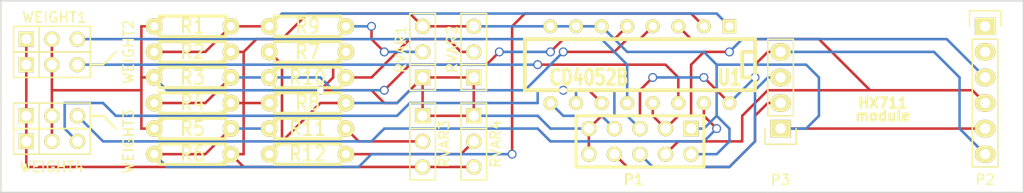
<source format=kicad_pcb>
(kicad_pcb (version 4) (host pcbnew 4.0.0-2.201511301920+6191~38~ubuntu14.04.1-stable)

  (general
    (links 62)
    (no_connects 0)
    (area 147.244999 110.414999 248.995001 129.615001)
    (thickness 1.6)
    (drawings 12)
    (tracks 236)
    (zones 0)
    (modules 24)
    (nets 23)
  )

  (page A3)
  (layers
    (0 F.Cu signal)
    (31 B.Cu signal)
    (33 F.Adhes user)
    (35 F.Paste user)
    (37 F.SilkS user)
    (39 F.Mask user)
    (40 Dwgs.User user)
    (41 Cmts.User user)
    (42 Eco1.User user)
    (43 Eco2.User user)
    (44 Edge.Cuts user)
    (45 Margin user)
    (47 F.CrtYd user)
    (49 F.Fab user)
  )

  (setup
    (last_trace_width 0.254)
    (trace_clearance 0.254)
    (zone_clearance 0.508)
    (zone_45_only no)
    (trace_min 0.254)
    (segment_width 0.2)
    (edge_width 0.15)
    (via_size 0.889)
    (via_drill 0.635)
    (via_min_size 0.889)
    (via_min_drill 0.508)
    (uvia_size 0.508)
    (uvia_drill 0.127)
    (uvias_allowed no)
    (uvia_min_size 0.508)
    (uvia_min_drill 0.127)
    (pcb_text_width 0.3)
    (pcb_text_size 1 1)
    (mod_edge_width 0.15)
    (mod_text_size 1 1)
    (mod_text_width 0.15)
    (pad_size 1 1)
    (pad_drill 0.6)
    (pad_to_mask_clearance 0)
    (aux_axis_origin 0 0)
    (visible_elements 7FFFFFFF)
    (pcbplotparams
      (layerselection 0x00020_80000001)
      (usegerberextensions true)
      (excludeedgelayer true)
      (linewidth 0.150000)
      (plotframeref false)
      (viasonmask false)
      (mode 1)
      (useauxorigin false)
      (hpglpennumber 1)
      (hpglpenspeed 20)
      (hpglpendiameter 15)
      (hpglpenoverlay 2)
      (psnegative false)
      (psa4output false)
      (plotreference true)
      (plotvalue true)
      (plotinvisibletext false)
      (padsonsilk false)
      (subtractmaskfromsilk false)
      (outputformat 1)
      (mirror false)
      (drillshape 0)
      (scaleselection 1)
      (outputdirectory ""))
  )

  (net 0 "")
  (net 1 +5V)
  (net 2 /A)
  (net 3 /B)
  (net 4 /XCOM)
  (net 5 /YCOM)
  (net 6 GND)
  (net 7 /SCK)
  (net 8 "Net-(R1-Pad2)")
  (net 9 "Net-(R10-Pad1)")
  (net 10 "Net-(R11-Pad1)")
  (net 11 "Net-(R12-Pad1)")
  (net 12 "Net-(R9-Pad2)")
  (net 13 "Net-(R10-Pad2)")
  (net 14 "Net-(R11-Pad2)")
  (net 15 "Net-(R12-Pad2)")
  (net 16 "Net-(U1-Pad11)")
  (net 17 "Net-(U1-Pad12)")
  (net 18 "Net-(U1-Pad14)")
  (net 19 "Net-(U1-Pad15)")
  (net 20 "Net-(P2-Pad1)")
  (net 21 "Net-(P2-Pad2)")
  (net 22 /DT)

  (net_class Default "Ceci est la Netclass par défaut"
    (clearance 0.254)
    (trace_width 0.254)
    (via_dia 0.889)
    (via_drill 0.635)
    (uvia_dia 0.508)
    (uvia_drill 0.127)
    (add_net +5V)
    (add_net /A)
    (add_net /B)
    (add_net /DT)
    (add_net /SCK)
    (add_net /XCOM)
    (add_net /YCOM)
    (add_net GND)
    (add_net "Net-(P2-Pad1)")
    (add_net "Net-(P2-Pad2)")
    (add_net "Net-(R1-Pad2)")
    (add_net "Net-(R10-Pad1)")
    (add_net "Net-(R10-Pad2)")
    (add_net "Net-(R11-Pad1)")
    (add_net "Net-(R11-Pad2)")
    (add_net "Net-(R12-Pad1)")
    (add_net "Net-(R12-Pad2)")
    (add_net "Net-(R9-Pad2)")
    (add_net "Net-(U1-Pad11)")
    (add_net "Net-(U1-Pad12)")
    (add_net "Net-(U1-Pad14)")
    (add_net "Net-(U1-Pad15)")
  )

  (module PIN_ARRAY_3X1 (layer F.Cu) (tedit 4C1130E0) (tstamp 56496224)
    (at 152.4 114.3)
    (descr "Connecteur 3 pins")
    (tags "CONN DEV")
    (path /564900A2)
    (fp_text reference WEIGHT1 (at 0.254 -2.159) (layer F.SilkS)
      (effects (font (size 1.016 1.016) (thickness 0.1524)))
    )
    (fp_text value W0 (at 0 -2.159) (layer F.SilkS) hide
      (effects (font (size 1.016 1.016) (thickness 0.1524)))
    )
    (fp_line (start -3.81 1.27) (end -3.81 -1.27) (layer F.SilkS) (width 0.1524))
    (fp_line (start -3.81 -1.27) (end 3.81 -1.27) (layer F.SilkS) (width 0.1524))
    (fp_line (start 3.81 -1.27) (end 3.81 1.27) (layer F.SilkS) (width 0.1524))
    (fp_line (start 3.81 1.27) (end -3.81 1.27) (layer F.SilkS) (width 0.1524))
    (fp_line (start -1.27 -1.27) (end -1.27 1.27) (layer F.SilkS) (width 0.1524))
    (pad 1 thru_hole rect (at -2.54 0) (size 1.524 1.524) (drill 1.016) (layers *.Cu *.Mask F.SilkS)
      (net 6 GND))
    (pad 2 thru_hole circle (at 0 0) (size 1.524 1.524) (drill 1.016) (layers *.Cu *.Mask F.SilkS)
      (net 1 +5V))
    (pad 3 thru_hole circle (at 2.54 0) (size 1.524 1.524) (drill 1.016) (layers *.Cu *.Mask F.SilkS)
      (net 17 "Net-(U1-Pad12)"))
    (model pin_array/pins_array_3x1.wrl
      (at (xyz 0 0 0))
      (scale (xyz 1 1 1))
      (rotate (xyz 0 0 0))
    )
  )

  (module PIN_ARRAY_3X1 (layer F.Cu) (tedit 568DACA7) (tstamp 5649623C)
    (at 152.4 121.92)
    (descr "Connecteur 3 pins")
    (tags "CONN DEV")
    (path /56490084)
    (fp_text reference WEIGHT3 (at 7.62 2.54 90) (layer F.SilkS)
      (effects (font (size 1.016 1.016) (thickness 0.1524)))
    )
    (fp_text value W2 (at 0 -2.159) (layer F.SilkS) hide
      (effects (font (size 1.016 1.016) (thickness 0.1524)))
    )
    (fp_line (start -3.81 1.27) (end -3.81 -1.27) (layer F.SilkS) (width 0.1524))
    (fp_line (start -3.81 -1.27) (end 3.81 -1.27) (layer F.SilkS) (width 0.1524))
    (fp_line (start 3.81 -1.27) (end 3.81 1.27) (layer F.SilkS) (width 0.1524))
    (fp_line (start 3.81 1.27) (end -3.81 1.27) (layer F.SilkS) (width 0.1524))
    (fp_line (start -1.27 -1.27) (end -1.27 1.27) (layer F.SilkS) (width 0.1524))
    (pad 1 thru_hole rect (at -2.54 0) (size 1.524 1.524) (drill 1.016) (layers *.Cu *.Mask F.SilkS)
      (net 6 GND))
    (pad 2 thru_hole circle (at 0 0) (size 1.524 1.524) (drill 1.016) (layers *.Cu *.Mask F.SilkS)
      (net 1 +5V))
    (pad 3 thru_hole circle (at 2.54 0) (size 1.524 1.524) (drill 1.016) (layers *.Cu *.Mask F.SilkS)
      (net 19 "Net-(U1-Pad15)"))
    (model pin_array/pins_array_3x1.wrl
      (at (xyz 0 0 0))
      (scale (xyz 1 1 1))
      (rotate (xyz 0 0 0))
    )
  )

  (module R3-LARGE_PADS (layer F.Cu) (tedit 47E26765) (tstamp 56491BA7)
    (at 166.37 113.03)
    (descr "Resitance 3 pas")
    (tags R)
    (path /56490B9A)
    (autoplace_cost180 10)
    (fp_text reference R1 (at 0 0) (layer F.SilkS)
      (effects (font (size 1.397 1.27) (thickness 0.2032)))
    )
    (fp_text value 1000 (at 0 0) (layer F.SilkS) hide
      (effects (font (size 1.397 1.27) (thickness 0.2032)))
    )
    (fp_line (start -3.81 0) (end -3.302 0) (layer F.SilkS) (width 0.3048))
    (fp_line (start 3.81 0) (end 3.302 0) (layer F.SilkS) (width 0.3048))
    (fp_line (start 3.302 0) (end 3.302 -1.016) (layer F.SilkS) (width 0.3048))
    (fp_line (start 3.302 -1.016) (end -3.302 -1.016) (layer F.SilkS) (width 0.3048))
    (fp_line (start -3.302 -1.016) (end -3.302 1.016) (layer F.SilkS) (width 0.3048))
    (fp_line (start -3.302 1.016) (end 3.302 1.016) (layer F.SilkS) (width 0.3048))
    (fp_line (start 3.302 1.016) (end 3.302 0) (layer F.SilkS) (width 0.3048))
    (fp_line (start -3.302 -0.508) (end -2.794 -1.016) (layer F.SilkS) (width 0.3048))
    (pad 1 thru_hole circle (at -3.81 0) (size 1.651 1.651) (drill 0.8128) (layers *.Cu *.Mask F.SilkS)
      (net 1 +5V))
    (pad 2 thru_hole circle (at 3.81 0) (size 1.651 1.651) (drill 0.8128) (layers *.Cu *.Mask F.SilkS)
      (net 8 "Net-(R1-Pad2)"))
    (model discret/resistor.wrl
      (at (xyz 0 0 0))
      (scale (xyz 0.3 0.3 0.3))
      (rotate (xyz 0 0 0))
    )
  )

  (module R3-LARGE_PADS (layer F.Cu) (tedit 47E26765) (tstamp 56491BB5)
    (at 166.37 115.57 180)
    (descr "Resitance 3 pas")
    (tags R)
    (path /56490C58)
    (autoplace_cost180 10)
    (fp_text reference R2 (at 0 0 180) (layer F.SilkS)
      (effects (font (size 1.397 1.27) (thickness 0.2032)))
    )
    (fp_text value 1000 (at 0 0 180) (layer F.SilkS) hide
      (effects (font (size 1.397 1.27) (thickness 0.2032)))
    )
    (fp_line (start -3.81 0) (end -3.302 0) (layer F.SilkS) (width 0.3048))
    (fp_line (start 3.81 0) (end 3.302 0) (layer F.SilkS) (width 0.3048))
    (fp_line (start 3.302 0) (end 3.302 -1.016) (layer F.SilkS) (width 0.3048))
    (fp_line (start 3.302 -1.016) (end -3.302 -1.016) (layer F.SilkS) (width 0.3048))
    (fp_line (start -3.302 -1.016) (end -3.302 1.016) (layer F.SilkS) (width 0.3048))
    (fp_line (start -3.302 1.016) (end 3.302 1.016) (layer F.SilkS) (width 0.3048))
    (fp_line (start 3.302 1.016) (end 3.302 0) (layer F.SilkS) (width 0.3048))
    (fp_line (start -3.302 -0.508) (end -2.794 -1.016) (layer F.SilkS) (width 0.3048))
    (pad 1 thru_hole circle (at -3.81 0 180) (size 1.651 1.651) (drill 0.8128) (layers *.Cu *.Mask F.SilkS)
      (net 6 GND))
    (pad 2 thru_hole circle (at 3.81 0 180) (size 1.651 1.651) (drill 0.8128) (layers *.Cu *.Mask F.SilkS)
      (net 8 "Net-(R1-Pad2)"))
    (model discret/resistor.wrl
      (at (xyz 0 0 0))
      (scale (xyz 0.3 0.3 0.3))
      (rotate (xyz 0 0 0))
    )
  )

  (module R3-LARGE_PADS (layer F.Cu) (tedit 47E26765) (tstamp 56491BC3)
    (at 166.37 118.11)
    (descr "Resitance 3 pas")
    (tags R)
    (path /56490C67)
    (autoplace_cost180 10)
    (fp_text reference R3 (at 0 0) (layer F.SilkS)
      (effects (font (size 1.397 1.27) (thickness 0.2032)))
    )
    (fp_text value 1000 (at 0 0) (layer F.SilkS) hide
      (effects (font (size 1.397 1.27) (thickness 0.2032)))
    )
    (fp_line (start -3.81 0) (end -3.302 0) (layer F.SilkS) (width 0.3048))
    (fp_line (start 3.81 0) (end 3.302 0) (layer F.SilkS) (width 0.3048))
    (fp_line (start 3.302 0) (end 3.302 -1.016) (layer F.SilkS) (width 0.3048))
    (fp_line (start 3.302 -1.016) (end -3.302 -1.016) (layer F.SilkS) (width 0.3048))
    (fp_line (start -3.302 -1.016) (end -3.302 1.016) (layer F.SilkS) (width 0.3048))
    (fp_line (start -3.302 1.016) (end 3.302 1.016) (layer F.SilkS) (width 0.3048))
    (fp_line (start 3.302 1.016) (end 3.302 0) (layer F.SilkS) (width 0.3048))
    (fp_line (start -3.302 -0.508) (end -2.794 -1.016) (layer F.SilkS) (width 0.3048))
    (pad 1 thru_hole circle (at -3.81 0) (size 1.651 1.651) (drill 0.8128) (layers *.Cu *.Mask F.SilkS)
      (net 1 +5V))
    (pad 2 thru_hole circle (at 3.81 0) (size 1.651 1.651) (drill 0.8128) (layers *.Cu *.Mask F.SilkS)
      (net 9 "Net-(R10-Pad1)"))
    (model discret/resistor.wrl
      (at (xyz 0 0 0))
      (scale (xyz 0.3 0.3 0.3))
      (rotate (xyz 0 0 0))
    )
  )

  (module R3-LARGE_PADS (layer F.Cu) (tedit 47E26765) (tstamp 56491BD1)
    (at 166.37 120.65 180)
    (descr "Resitance 3 pas")
    (tags R)
    (path /56490C76)
    (autoplace_cost180 10)
    (fp_text reference R4 (at 0 0 180) (layer F.SilkS)
      (effects (font (size 1.397 1.27) (thickness 0.2032)))
    )
    (fp_text value 1000 (at 0 0 180) (layer F.SilkS) hide
      (effects (font (size 1.397 1.27) (thickness 0.2032)))
    )
    (fp_line (start -3.81 0) (end -3.302 0) (layer F.SilkS) (width 0.3048))
    (fp_line (start 3.81 0) (end 3.302 0) (layer F.SilkS) (width 0.3048))
    (fp_line (start 3.302 0) (end 3.302 -1.016) (layer F.SilkS) (width 0.3048))
    (fp_line (start 3.302 -1.016) (end -3.302 -1.016) (layer F.SilkS) (width 0.3048))
    (fp_line (start -3.302 -1.016) (end -3.302 1.016) (layer F.SilkS) (width 0.3048))
    (fp_line (start -3.302 1.016) (end 3.302 1.016) (layer F.SilkS) (width 0.3048))
    (fp_line (start 3.302 1.016) (end 3.302 0) (layer F.SilkS) (width 0.3048))
    (fp_line (start -3.302 -0.508) (end -2.794 -1.016) (layer F.SilkS) (width 0.3048))
    (pad 1 thru_hole circle (at -3.81 0 180) (size 1.651 1.651) (drill 0.8128) (layers *.Cu *.Mask F.SilkS)
      (net 6 GND))
    (pad 2 thru_hole circle (at 3.81 0 180) (size 1.651 1.651) (drill 0.8128) (layers *.Cu *.Mask F.SilkS)
      (net 9 "Net-(R10-Pad1)"))
    (model discret/resistor.wrl
      (at (xyz 0 0 0))
      (scale (xyz 0.3 0.3 0.3))
      (rotate (xyz 0 0 0))
    )
  )

  (module R3-LARGE_PADS (layer F.Cu) (tedit 47E26765) (tstamp 56491BDF)
    (at 166.37 123.19)
    (descr "Resitance 3 pas")
    (tags R)
    (path /56490C85)
    (autoplace_cost180 10)
    (fp_text reference R5 (at 0 0) (layer F.SilkS)
      (effects (font (size 1.397 1.27) (thickness 0.2032)))
    )
    (fp_text value 1000 (at 0 0) (layer F.SilkS) hide
      (effects (font (size 1.397 1.27) (thickness 0.2032)))
    )
    (fp_line (start -3.81 0) (end -3.302 0) (layer F.SilkS) (width 0.3048))
    (fp_line (start 3.81 0) (end 3.302 0) (layer F.SilkS) (width 0.3048))
    (fp_line (start 3.302 0) (end 3.302 -1.016) (layer F.SilkS) (width 0.3048))
    (fp_line (start 3.302 -1.016) (end -3.302 -1.016) (layer F.SilkS) (width 0.3048))
    (fp_line (start -3.302 -1.016) (end -3.302 1.016) (layer F.SilkS) (width 0.3048))
    (fp_line (start -3.302 1.016) (end 3.302 1.016) (layer F.SilkS) (width 0.3048))
    (fp_line (start 3.302 1.016) (end 3.302 0) (layer F.SilkS) (width 0.3048))
    (fp_line (start -3.302 -0.508) (end -2.794 -1.016) (layer F.SilkS) (width 0.3048))
    (pad 1 thru_hole circle (at -3.81 0) (size 1.651 1.651) (drill 0.8128) (layers *.Cu *.Mask F.SilkS)
      (net 1 +5V))
    (pad 2 thru_hole circle (at 3.81 0) (size 1.651 1.651) (drill 0.8128) (layers *.Cu *.Mask F.SilkS)
      (net 10 "Net-(R11-Pad1)"))
    (model discret/resistor.wrl
      (at (xyz 0 0 0))
      (scale (xyz 0.3 0.3 0.3))
      (rotate (xyz 0 0 0))
    )
  )

  (module R3-LARGE_PADS (layer F.Cu) (tedit 47E26765) (tstamp 56491BED)
    (at 166.37 125.73 180)
    (descr "Resitance 3 pas")
    (tags R)
    (path /56490C94)
    (autoplace_cost180 10)
    (fp_text reference R6 (at 0 0 180) (layer F.SilkS)
      (effects (font (size 1.397 1.27) (thickness 0.2032)))
    )
    (fp_text value 1000 (at 0 0 180) (layer F.SilkS) hide
      (effects (font (size 1.397 1.27) (thickness 0.2032)))
    )
    (fp_line (start -3.81 0) (end -3.302 0) (layer F.SilkS) (width 0.3048))
    (fp_line (start 3.81 0) (end 3.302 0) (layer F.SilkS) (width 0.3048))
    (fp_line (start 3.302 0) (end 3.302 -1.016) (layer F.SilkS) (width 0.3048))
    (fp_line (start 3.302 -1.016) (end -3.302 -1.016) (layer F.SilkS) (width 0.3048))
    (fp_line (start -3.302 -1.016) (end -3.302 1.016) (layer F.SilkS) (width 0.3048))
    (fp_line (start -3.302 1.016) (end 3.302 1.016) (layer F.SilkS) (width 0.3048))
    (fp_line (start 3.302 1.016) (end 3.302 0) (layer F.SilkS) (width 0.3048))
    (fp_line (start -3.302 -0.508) (end -2.794 -1.016) (layer F.SilkS) (width 0.3048))
    (pad 1 thru_hole circle (at -3.81 0 180) (size 1.651 1.651) (drill 0.8128) (layers *.Cu *.Mask F.SilkS)
      (net 6 GND))
    (pad 2 thru_hole circle (at 3.81 0 180) (size 1.651 1.651) (drill 0.8128) (layers *.Cu *.Mask F.SilkS)
      (net 10 "Net-(R11-Pad1)"))
    (model discret/resistor.wrl
      (at (xyz 0 0 0))
      (scale (xyz 0.3 0.3 0.3))
      (rotate (xyz 0 0 0))
    )
  )

  (module R3-LARGE_PADS (layer F.Cu) (tedit 47E26765) (tstamp 56491BFB)
    (at 177.8 115.57 180)
    (descr "Resitance 3 pas")
    (tags R)
    (path /56490CA3)
    (autoplace_cost180 10)
    (fp_text reference R7 (at 0 0 180) (layer F.SilkS)
      (effects (font (size 1.397 1.27) (thickness 0.2032)))
    )
    (fp_text value 1000 (at 0 0 180) (layer F.SilkS) hide
      (effects (font (size 1.397 1.27) (thickness 0.2032)))
    )
    (fp_line (start -3.81 0) (end -3.302 0) (layer F.SilkS) (width 0.3048))
    (fp_line (start 3.81 0) (end 3.302 0) (layer F.SilkS) (width 0.3048))
    (fp_line (start 3.302 0) (end 3.302 -1.016) (layer F.SilkS) (width 0.3048))
    (fp_line (start 3.302 -1.016) (end -3.302 -1.016) (layer F.SilkS) (width 0.3048))
    (fp_line (start -3.302 -1.016) (end -3.302 1.016) (layer F.SilkS) (width 0.3048))
    (fp_line (start -3.302 1.016) (end 3.302 1.016) (layer F.SilkS) (width 0.3048))
    (fp_line (start 3.302 1.016) (end 3.302 0) (layer F.SilkS) (width 0.3048))
    (fp_line (start -3.302 -0.508) (end -2.794 -1.016) (layer F.SilkS) (width 0.3048))
    (pad 1 thru_hole circle (at -3.81 0 180) (size 1.651 1.651) (drill 0.8128) (layers *.Cu *.Mask F.SilkS)
      (net 1 +5V))
    (pad 2 thru_hole circle (at 3.81 0 180) (size 1.651 1.651) (drill 0.8128) (layers *.Cu *.Mask F.SilkS)
      (net 11 "Net-(R12-Pad1)"))
    (model discret/resistor.wrl
      (at (xyz 0 0 0))
      (scale (xyz 0.3 0.3 0.3))
      (rotate (xyz 0 0 0))
    )
  )

  (module R3-LARGE_PADS (layer F.Cu) (tedit 47E26765) (tstamp 56491C09)
    (at 177.8 120.65)
    (descr "Resitance 3 pas")
    (tags R)
    (path /56490CB2)
    (autoplace_cost180 10)
    (fp_text reference R8 (at 0 0) (layer F.SilkS)
      (effects (font (size 1.397 1.27) (thickness 0.2032)))
    )
    (fp_text value 1000 (at 0 0) (layer F.SilkS) hide
      (effects (font (size 1.397 1.27) (thickness 0.2032)))
    )
    (fp_line (start -3.81 0) (end -3.302 0) (layer F.SilkS) (width 0.3048))
    (fp_line (start 3.81 0) (end 3.302 0) (layer F.SilkS) (width 0.3048))
    (fp_line (start 3.302 0) (end 3.302 -1.016) (layer F.SilkS) (width 0.3048))
    (fp_line (start 3.302 -1.016) (end -3.302 -1.016) (layer F.SilkS) (width 0.3048))
    (fp_line (start -3.302 -1.016) (end -3.302 1.016) (layer F.SilkS) (width 0.3048))
    (fp_line (start -3.302 1.016) (end 3.302 1.016) (layer F.SilkS) (width 0.3048))
    (fp_line (start 3.302 1.016) (end 3.302 0) (layer F.SilkS) (width 0.3048))
    (fp_line (start -3.302 -0.508) (end -2.794 -1.016) (layer F.SilkS) (width 0.3048))
    (pad 1 thru_hole circle (at -3.81 0) (size 1.651 1.651) (drill 0.8128) (layers *.Cu *.Mask F.SilkS)
      (net 6 GND))
    (pad 2 thru_hole circle (at 3.81 0) (size 1.651 1.651) (drill 0.8128) (layers *.Cu *.Mask F.SilkS)
      (net 11 "Net-(R12-Pad1)"))
    (model discret/resistor.wrl
      (at (xyz 0 0 0))
      (scale (xyz 0.3 0.3 0.3))
      (rotate (xyz 0 0 0))
    )
  )

  (module R3-LARGE_PADS (layer F.Cu) (tedit 47E26765) (tstamp 56491C17)
    (at 177.8 113.03)
    (descr "Resitance 3 pas")
    (tags R)
    (path /56490EBD)
    (autoplace_cost180 10)
    (fp_text reference R9 (at 0 0) (layer F.SilkS)
      (effects (font (size 1.397 1.27) (thickness 0.2032)))
    )
    (fp_text value 68K (at 0 0) (layer F.SilkS) hide
      (effects (font (size 1.397 1.27) (thickness 0.2032)))
    )
    (fp_line (start -3.81 0) (end -3.302 0) (layer F.SilkS) (width 0.3048))
    (fp_line (start 3.81 0) (end 3.302 0) (layer F.SilkS) (width 0.3048))
    (fp_line (start 3.302 0) (end 3.302 -1.016) (layer F.SilkS) (width 0.3048))
    (fp_line (start 3.302 -1.016) (end -3.302 -1.016) (layer F.SilkS) (width 0.3048))
    (fp_line (start -3.302 -1.016) (end -3.302 1.016) (layer F.SilkS) (width 0.3048))
    (fp_line (start -3.302 1.016) (end 3.302 1.016) (layer F.SilkS) (width 0.3048))
    (fp_line (start 3.302 1.016) (end 3.302 0) (layer F.SilkS) (width 0.3048))
    (fp_line (start -3.302 -0.508) (end -2.794 -1.016) (layer F.SilkS) (width 0.3048))
    (pad 1 thru_hole circle (at -3.81 0) (size 1.651 1.651) (drill 0.8128) (layers *.Cu *.Mask F.SilkS)
      (net 8 "Net-(R1-Pad2)"))
    (pad 2 thru_hole circle (at 3.81 0) (size 1.651 1.651) (drill 0.8128) (layers *.Cu *.Mask F.SilkS)
      (net 12 "Net-(R9-Pad2)"))
    (model discret/resistor.wrl
      (at (xyz 0 0 0))
      (scale (xyz 0.3 0.3 0.3))
      (rotate (xyz 0 0 0))
    )
  )

  (module R3-LARGE_PADS (layer F.Cu) (tedit 47E26765) (tstamp 56491C25)
    (at 177.8 118.11)
    (descr "Resitance 3 pas")
    (tags R)
    (path /56490ECC)
    (autoplace_cost180 10)
    (fp_text reference R10 (at 0 0) (layer F.SilkS)
      (effects (font (size 1.397 1.27) (thickness 0.2032)))
    )
    (fp_text value 68K (at 0 0) (layer F.SilkS) hide
      (effects (font (size 1.397 1.27) (thickness 0.2032)))
    )
    (fp_line (start -3.81 0) (end -3.302 0) (layer F.SilkS) (width 0.3048))
    (fp_line (start 3.81 0) (end 3.302 0) (layer F.SilkS) (width 0.3048))
    (fp_line (start 3.302 0) (end 3.302 -1.016) (layer F.SilkS) (width 0.3048))
    (fp_line (start 3.302 -1.016) (end -3.302 -1.016) (layer F.SilkS) (width 0.3048))
    (fp_line (start -3.302 -1.016) (end -3.302 1.016) (layer F.SilkS) (width 0.3048))
    (fp_line (start -3.302 1.016) (end 3.302 1.016) (layer F.SilkS) (width 0.3048))
    (fp_line (start 3.302 1.016) (end 3.302 0) (layer F.SilkS) (width 0.3048))
    (fp_line (start -3.302 -0.508) (end -2.794 -1.016) (layer F.SilkS) (width 0.3048))
    (pad 1 thru_hole circle (at -3.81 0) (size 1.651 1.651) (drill 0.8128) (layers *.Cu *.Mask F.SilkS)
      (net 9 "Net-(R10-Pad1)"))
    (pad 2 thru_hole circle (at 3.81 0) (size 1.651 1.651) (drill 0.8128) (layers *.Cu *.Mask F.SilkS)
      (net 13 "Net-(R10-Pad2)"))
    (model discret/resistor.wrl
      (at (xyz 0 0 0))
      (scale (xyz 0.3 0.3 0.3))
      (rotate (xyz 0 0 0))
    )
  )

  (module R3-LARGE_PADS (layer F.Cu) (tedit 47E26765) (tstamp 56491C33)
    (at 177.8 123.19)
    (descr "Resitance 3 pas")
    (tags R)
    (path /56490EDB)
    (autoplace_cost180 10)
    (fp_text reference R11 (at 0 0) (layer F.SilkS)
      (effects (font (size 1.397 1.27) (thickness 0.2032)))
    )
    (fp_text value 68K (at 0 0) (layer F.SilkS) hide
      (effects (font (size 1.397 1.27) (thickness 0.2032)))
    )
    (fp_line (start -3.81 0) (end -3.302 0) (layer F.SilkS) (width 0.3048))
    (fp_line (start 3.81 0) (end 3.302 0) (layer F.SilkS) (width 0.3048))
    (fp_line (start 3.302 0) (end 3.302 -1.016) (layer F.SilkS) (width 0.3048))
    (fp_line (start 3.302 -1.016) (end -3.302 -1.016) (layer F.SilkS) (width 0.3048))
    (fp_line (start -3.302 -1.016) (end -3.302 1.016) (layer F.SilkS) (width 0.3048))
    (fp_line (start -3.302 1.016) (end 3.302 1.016) (layer F.SilkS) (width 0.3048))
    (fp_line (start 3.302 1.016) (end 3.302 0) (layer F.SilkS) (width 0.3048))
    (fp_line (start -3.302 -0.508) (end -2.794 -1.016) (layer F.SilkS) (width 0.3048))
    (pad 1 thru_hole circle (at -3.81 0) (size 1.651 1.651) (drill 0.8128) (layers *.Cu *.Mask F.SilkS)
      (net 10 "Net-(R11-Pad1)"))
    (pad 2 thru_hole circle (at 3.81 0) (size 1.651 1.651) (drill 0.8128) (layers *.Cu *.Mask F.SilkS)
      (net 14 "Net-(R11-Pad2)"))
    (model discret/resistor.wrl
      (at (xyz 0 0 0))
      (scale (xyz 0.3 0.3 0.3))
      (rotate (xyz 0 0 0))
    )
  )

  (module R3-LARGE_PADS (layer F.Cu) (tedit 47E26765) (tstamp 56491C41)
    (at 177.8 125.73)
    (descr "Resitance 3 pas")
    (tags R)
    (path /56490EEA)
    (autoplace_cost180 10)
    (fp_text reference R12 (at 0 0) (layer F.SilkS)
      (effects (font (size 1.397 1.27) (thickness 0.2032)))
    )
    (fp_text value 68K (at 0 0) (layer F.SilkS) hide
      (effects (font (size 1.397 1.27) (thickness 0.2032)))
    )
    (fp_line (start -3.81 0) (end -3.302 0) (layer F.SilkS) (width 0.3048))
    (fp_line (start 3.81 0) (end 3.302 0) (layer F.SilkS) (width 0.3048))
    (fp_line (start 3.302 0) (end 3.302 -1.016) (layer F.SilkS) (width 0.3048))
    (fp_line (start 3.302 -1.016) (end -3.302 -1.016) (layer F.SilkS) (width 0.3048))
    (fp_line (start -3.302 -1.016) (end -3.302 1.016) (layer F.SilkS) (width 0.3048))
    (fp_line (start -3.302 1.016) (end 3.302 1.016) (layer F.SilkS) (width 0.3048))
    (fp_line (start 3.302 1.016) (end 3.302 0) (layer F.SilkS) (width 0.3048))
    (fp_line (start -3.302 -0.508) (end -2.794 -1.016) (layer F.SilkS) (width 0.3048))
    (pad 1 thru_hole circle (at -3.81 0) (size 1.651 1.651) (drill 0.8128) (layers *.Cu *.Mask F.SilkS)
      (net 11 "Net-(R12-Pad1)"))
    (pad 2 thru_hole circle (at 3.81 0) (size 1.651 1.651) (drill 0.8128) (layers *.Cu *.Mask F.SilkS)
      (net 15 "Net-(R12-Pad2)"))
    (model discret/resistor.wrl
      (at (xyz 0 0 0))
      (scale (xyz 0.3 0.3 0.3))
      (rotate (xyz 0 0 0))
    )
  )

  (module PIN_ARRAY_3X1 (layer F.Cu) (tedit 568DA896) (tstamp 56491C4D)
    (at 152.4 116.84)
    (descr "Connecteur 3 pins")
    (tags "CONN DEV")
    (path /56490093)
    (fp_text reference WEIGHT2 (at 7.62 -1.27 90) (layer F.SilkS)
      (effects (font (size 1.016 1.016) (thickness 0.1524)))
    )
    (fp_text value W1 (at 0 -2.159) (layer F.SilkS) hide
      (effects (font (size 1.016 1.016) (thickness 0.1524)))
    )
    (fp_line (start -3.81 1.27) (end -3.81 -1.27) (layer F.SilkS) (width 0.1524))
    (fp_line (start -3.81 -1.27) (end 3.81 -1.27) (layer F.SilkS) (width 0.1524))
    (fp_line (start 3.81 -1.27) (end 3.81 1.27) (layer F.SilkS) (width 0.1524))
    (fp_line (start 3.81 1.27) (end -3.81 1.27) (layer F.SilkS) (width 0.1524))
    (fp_line (start -1.27 -1.27) (end -1.27 1.27) (layer F.SilkS) (width 0.1524))
    (pad 1 thru_hole rect (at -2.54 0) (size 1.524 1.524) (drill 1.016) (layers *.Cu *.Mask F.SilkS)
      (net 6 GND))
    (pad 2 thru_hole circle (at 0 0) (size 1.524 1.524) (drill 1.016) (layers *.Cu *.Mask F.SilkS)
      (net 1 +5V))
    (pad 3 thru_hole circle (at 2.54 0) (size 1.524 1.524) (drill 1.016) (layers *.Cu *.Mask F.SilkS)
      (net 18 "Net-(U1-Pad14)"))
    (model pin_array/pins_array_3x1.wrl
      (at (xyz 0 0 0))
      (scale (xyz 1 1 1))
      (rotate (xyz 0 0 0))
    )
  )

  (module PIN_ARRAY_3X1 (layer F.Cu) (tedit 5689AE73) (tstamp 56491C59)
    (at 194.31 124.46 270)
    (descr "Connecteur 3 pins")
    (tags "CONN DEV")
    (path /56491152)
    (fp_text reference RVAR4 (at 0.254 -2.159 270) (layer F.SilkS)
      (effects (font (size 1.016 1.016) (thickness 0.1524)))
    )
    (fp_text value 100K (at 0 -3.81 270) (layer F.SilkS) hide
      (effects (font (size 1.016 1.016) (thickness 0.1524)))
    )
    (fp_line (start -3.81 1.27) (end -3.81 -1.27) (layer F.SilkS) (width 0.1524))
    (fp_line (start -3.81 -1.27) (end 3.81 -1.27) (layer F.SilkS) (width 0.1524))
    (fp_line (start 3.81 -1.27) (end 3.81 1.27) (layer F.SilkS) (width 0.1524))
    (fp_line (start 3.81 1.27) (end -3.81 1.27) (layer F.SilkS) (width 0.1524))
    (fp_line (start -1.27 -1.27) (end -1.27 1.27) (layer F.SilkS) (width 0.1524))
    (pad 1 thru_hole rect (at -2.54 0 270) (size 1.524 1.524) (drill 1.016) (layers *.Cu *.Mask F.SilkS)
      (net 1 +5V))
    (pad 2 thru_hole circle (at 0 0 270) (size 1.524 1.524) (drill 1.016) (layers *.Cu *.Mask F.SilkS)
      (net 15 "Net-(R12-Pad2)"))
    (pad 3 thru_hole circle (at 2.54 0 270) (size 1.524 1.524) (drill 1.016) (layers *.Cu *.Mask F.SilkS)
      (net 6 GND))
    (model pin_array/pins_array_3x1.wrl
      (at (xyz 0 0 0))
      (scale (xyz 1 1 1))
      (rotate (xyz 0 0 0))
    )
  )

  (module PIN_ARRAY_3X1 (layer F.Cu) (tedit 5689AE83) (tstamp 56491C65)
    (at 194.31 115.57 90)
    (descr "Connecteur 3 pins")
    (tags "CONN DEV")
    (path /56491149)
    (fp_text reference RVAR2 (at 0.254 -2.159 90) (layer F.SilkS)
      (effects (font (size 1.016 1.016) (thickness 0.1524)))
    )
    (fp_text value 100K (at 0 -3.81 90) (layer F.SilkS) hide
      (effects (font (size 1.016 1.016) (thickness 0.1524)))
    )
    (fp_line (start -3.81 1.27) (end -3.81 -1.27) (layer F.SilkS) (width 0.1524))
    (fp_line (start -3.81 -1.27) (end 3.81 -1.27) (layer F.SilkS) (width 0.1524))
    (fp_line (start 3.81 -1.27) (end 3.81 1.27) (layer F.SilkS) (width 0.1524))
    (fp_line (start 3.81 1.27) (end -3.81 1.27) (layer F.SilkS) (width 0.1524))
    (fp_line (start -1.27 -1.27) (end -1.27 1.27) (layer F.SilkS) (width 0.1524))
    (pad 1 thru_hole rect (at -2.54 0 90) (size 1.524 1.524) (drill 1.016) (layers *.Cu *.Mask F.SilkS)
      (net 1 +5V))
    (pad 2 thru_hole circle (at 0 0 90) (size 1.524 1.524) (drill 1.016) (layers *.Cu *.Mask F.SilkS)
      (net 13 "Net-(R10-Pad2)"))
    (pad 3 thru_hole circle (at 2.54 0 90) (size 1.524 1.524) (drill 1.016) (layers *.Cu *.Mask F.SilkS)
      (net 6 GND))
    (model pin_array/pins_array_3x1.wrl
      (at (xyz 0 0 0))
      (scale (xyz 1 1 1))
      (rotate (xyz 0 0 0))
    )
  )

  (module PIN_ARRAY_3X1 (layer F.Cu) (tedit 5689AE7A) (tstamp 56491C71)
    (at 189.23 124.46 270)
    (descr "Connecteur 3 pins")
    (tags "CONN DEV")
    (path /5649113F)
    (fp_text reference RVAR3 (at 0.254 -2.159 270) (layer F.SilkS)
      (effects (font (size 1.016 1.016) (thickness 0.1524)))
    )
    (fp_text value 100K (at 0 -3.81 270) (layer F.SilkS) hide
      (effects (font (size 1.016 1.016) (thickness 0.1524)))
    )
    (fp_line (start -3.81 1.27) (end -3.81 -1.27) (layer F.SilkS) (width 0.1524))
    (fp_line (start -3.81 -1.27) (end 3.81 -1.27) (layer F.SilkS) (width 0.1524))
    (fp_line (start 3.81 -1.27) (end 3.81 1.27) (layer F.SilkS) (width 0.1524))
    (fp_line (start 3.81 1.27) (end -3.81 1.27) (layer F.SilkS) (width 0.1524))
    (fp_line (start -1.27 -1.27) (end -1.27 1.27) (layer F.SilkS) (width 0.1524))
    (pad 1 thru_hole rect (at -2.54 0 270) (size 1.524 1.524) (drill 1.016) (layers *.Cu *.Mask F.SilkS)
      (net 1 +5V))
    (pad 2 thru_hole circle (at 0 0 270) (size 1.524 1.524) (drill 1.016) (layers *.Cu *.Mask F.SilkS)
      (net 14 "Net-(R11-Pad2)"))
    (pad 3 thru_hole circle (at 2.54 0 270) (size 1.524 1.524) (drill 1.016) (layers *.Cu *.Mask F.SilkS)
      (net 6 GND))
    (model pin_array/pins_array_3x1.wrl
      (at (xyz 0 0 0))
      (scale (xyz 1 1 1))
      (rotate (xyz 0 0 0))
    )
  )

  (module PIN_ARRAY_3X1 (layer F.Cu) (tedit 5689AE8F) (tstamp 56491C7D)
    (at 189.23 115.57 90)
    (descr "Connecteur 3 pins")
    (tags "CONN DEV")
    (path /56491019)
    (fp_text reference RVAR1 (at 0.254 -2.159 90) (layer F.SilkS)
      (effects (font (size 1.016 1.016) (thickness 0.1524)))
    )
    (fp_text value 100K (at 0 -3.81 90) (layer F.SilkS) hide
      (effects (font (size 1.016 1.016) (thickness 0.1524)))
    )
    (fp_line (start -3.81 1.27) (end -3.81 -1.27) (layer F.SilkS) (width 0.1524))
    (fp_line (start -3.81 -1.27) (end 3.81 -1.27) (layer F.SilkS) (width 0.1524))
    (fp_line (start 3.81 -1.27) (end 3.81 1.27) (layer F.SilkS) (width 0.1524))
    (fp_line (start 3.81 1.27) (end -3.81 1.27) (layer F.SilkS) (width 0.1524))
    (fp_line (start -1.27 -1.27) (end -1.27 1.27) (layer F.SilkS) (width 0.1524))
    (pad 1 thru_hole rect (at -2.54 0 90) (size 1.524 1.524) (drill 1.016) (layers *.Cu *.Mask F.SilkS)
      (net 1 +5V))
    (pad 2 thru_hole circle (at 0 0 90) (size 1.524 1.524) (drill 1.016) (layers *.Cu *.Mask F.SilkS)
      (net 12 "Net-(R9-Pad2)"))
    (pad 3 thru_hole circle (at 2.54 0 90) (size 1.524 1.524) (drill 1.016) (layers *.Cu *.Mask F.SilkS)
      (net 6 GND))
    (model pin_array/pins_array_3x1.wrl
      (at (xyz 0 0 0))
      (scale (xyz 1 1 1))
      (rotate (xyz 0 0 0))
    )
  )

  (module PIN_ARRAY_3X1 (layer F.Cu) (tedit 568DAC99) (tstamp 56491C89)
    (at 152.4 124.46)
    (descr "Connecteur 3 pins")
    (tags "CONN DEV")
    (path /5648FFA7)
    (fp_text reference WEIGHT4 (at 0 2.54 180) (layer F.SilkS)
      (effects (font (size 1.016 1.016) (thickness 0.1524)))
    )
    (fp_text value W3 (at 0 -2.159) (layer F.SilkS) hide
      (effects (font (size 1.016 1.016) (thickness 0.1524)))
    )
    (fp_line (start -3.81 1.27) (end -3.81 -1.27) (layer F.SilkS) (width 0.1524))
    (fp_line (start -3.81 -1.27) (end 3.81 -1.27) (layer F.SilkS) (width 0.1524))
    (fp_line (start 3.81 -1.27) (end 3.81 1.27) (layer F.SilkS) (width 0.1524))
    (fp_line (start 3.81 1.27) (end -3.81 1.27) (layer F.SilkS) (width 0.1524))
    (fp_line (start -1.27 -1.27) (end -1.27 1.27) (layer F.SilkS) (width 0.1524))
    (pad 1 thru_hole rect (at -2.54 0) (size 1.524 1.524) (drill 1.016) (layers *.Cu *.Mask F.SilkS)
      (net 6 GND))
    (pad 2 thru_hole circle (at 0 0) (size 1.524 1.524) (drill 1.016) (layers *.Cu *.Mask F.SilkS)
      (net 1 +5V))
    (pad 3 thru_hole circle (at 2.54 0) (size 1.524 1.524) (drill 1.016) (layers *.Cu *.Mask F.SilkS)
      (net 16 "Net-(U1-Pad11)"))
    (model pin_array/pins_array_3x1.wrl
      (at (xyz 0 0 0))
      (scale (xyz 1 1 1))
      (rotate (xyz 0 0 0))
    )
  )

  (module DIP-16__300 (layer F.Cu) (tedit 5689AE5B) (tstamp 56491CB9)
    (at 210.82 116.84 180)
    (descr "16 pins DIL package, round pads")
    (tags DIL)
    (path /56491A2E)
    (fp_text reference U1 (at -8.89 -1.27 180) (layer F.SilkS)
      (effects (font (size 1.524 1.143) (thickness 0.3048)))
    )
    (fp_text value CD4052B (at 5.08 -1.27 180) (layer F.SilkS)
      (effects (font (size 1.524 1.143) (thickness 0.3048)))
    )
    (fp_line (start -11.43 -1.27) (end -11.43 -1.27) (layer F.SilkS) (width 0.381))
    (fp_line (start -11.43 -1.27) (end -10.16 -1.27) (layer F.SilkS) (width 0.381))
    (fp_line (start -10.16 -1.27) (end -10.16 1.27) (layer F.SilkS) (width 0.381))
    (fp_line (start -10.16 1.27) (end -11.43 1.27) (layer F.SilkS) (width 0.381))
    (fp_line (start -11.43 -2.54) (end 11.43 -2.54) (layer F.SilkS) (width 0.381))
    (fp_line (start 11.43 -2.54) (end 11.43 2.54) (layer F.SilkS) (width 0.381))
    (fp_line (start 11.43 2.54) (end -11.43 2.54) (layer F.SilkS) (width 0.381))
    (fp_line (start -11.43 2.54) (end -11.43 -2.54) (layer F.SilkS) (width 0.381))
    (pad 1 thru_hole rect (at -8.89 3.81 180) (size 1.397 1.397) (drill 0.8128) (layers *.Cu *.Mask F.SilkS)
      (net 8 "Net-(R1-Pad2)"))
    (pad 2 thru_hole circle (at -6.35 3.81 180) (size 1.397 1.397) (drill 0.8128) (layers *.Cu *.Mask F.SilkS)
      (net 10 "Net-(R11-Pad1)"))
    (pad 3 thru_hole circle (at -3.81 3.81 180) (size 1.397 1.397) (drill 0.8128) (layers *.Cu *.Mask F.SilkS)
      (net 5 /YCOM))
    (pad 4 thru_hole circle (at -1.27 3.81 180) (size 1.397 1.397) (drill 0.8128) (layers *.Cu *.Mask F.SilkS)
      (net 11 "Net-(R12-Pad1)"))
    (pad 5 thru_hole circle (at 1.27 3.81 180) (size 1.397 1.397) (drill 0.8128) (layers *.Cu *.Mask F.SilkS)
      (net 9 "Net-(R10-Pad1)"))
    (pad 6 thru_hole circle (at 3.81 3.81 180) (size 1.397 1.397) (drill 0.8128) (layers *.Cu *.Mask F.SilkS)
      (net 6 GND))
    (pad 7 thru_hole circle (at 6.35 3.81 180) (size 1.397 1.397) (drill 0.8128) (layers *.Cu *.Mask F.SilkS)
      (net 6 GND))
    (pad 8 thru_hole circle (at 8.89 3.81 180) (size 1.397 1.397) (drill 0.8128) (layers *.Cu *.Mask F.SilkS)
      (net 6 GND))
    (pad 9 thru_hole circle (at 8.89 -3.81 180) (size 1.397 1.397) (drill 0.8128) (layers *.Cu *.Mask F.SilkS)
      (net 3 /B))
    (pad 10 thru_hole circle (at 6.35 -3.81 180) (size 1.397 1.397) (drill 0.8128) (layers *.Cu *.Mask F.SilkS)
      (net 2 /A))
    (pad 11 thru_hole circle (at 3.81 -3.81 180) (size 1.397 1.397) (drill 0.8128) (layers *.Cu *.Mask F.SilkS)
      (net 16 "Net-(U1-Pad11)"))
    (pad 12 thru_hole circle (at 1.27 -3.81 180) (size 1.397 1.397) (drill 0.8128) (layers *.Cu *.Mask F.SilkS)
      (net 17 "Net-(U1-Pad12)"))
    (pad 13 thru_hole circle (at -1.27 -3.81 180) (size 1.397 1.397) (drill 0.8128) (layers *.Cu *.Mask F.SilkS)
      (net 4 /XCOM))
    (pad 14 thru_hole circle (at -3.81 -3.81 180) (size 1.397 1.397) (drill 0.8128) (layers *.Cu *.Mask F.SilkS)
      (net 18 "Net-(U1-Pad14)"))
    (pad 15 thru_hole circle (at -6.35 -3.81 180) (size 1.397 1.397) (drill 0.8128) (layers *.Cu *.Mask F.SilkS)
      (net 19 "Net-(U1-Pad15)"))
    (pad 16 thru_hole circle (at -8.89 -3.81 180) (size 1.397 1.397) (drill 0.8128) (layers *.Cu *.Mask F.SilkS)
      (net 1 +5V))
    (model dil/dil_16.wrl
      (at (xyz 0 0 0))
      (scale (xyz 1 1 1))
      (rotate (xyz 0 0 0))
    )
  )

  (module PIN_ARRAY_5x2 (layer F.Cu) (tedit 5689AE37) (tstamp 5664A25F)
    (at 210.82 124.46 180)
    (descr "Double rangee de contacts 2 x 5 pins")
    (tags CONN)
    (path /56649F0C)
    (fp_text reference P1 (at 0.635 -3.81 180) (layer F.SilkS)
      (effects (font (size 1.016 1.016) (thickness 0.2032)))
    )
    (fp_text value HE10-10 (at 5.08 -3.81 180) (layer F.SilkS) hide
      (effects (font (size 1 1) (thickness 0.15)))
    )
    (fp_line (start -6.35 -2.54) (end 6.35 -2.54) (layer F.SilkS) (width 0.3048))
    (fp_line (start 6.35 -2.54) (end 6.35 2.54) (layer F.SilkS) (width 0.3048))
    (fp_line (start 6.35 2.54) (end -6.35 2.54) (layer F.SilkS) (width 0.3048))
    (fp_line (start -6.35 2.54) (end -6.35 -2.54) (layer F.SilkS) (width 0.3048))
    (pad 1 thru_hole rect (at -5.08 1.27 180) (size 1.524 1.524) (drill 1.016) (layers *.Cu *.Mask F.SilkS)
      (net 6 GND))
    (pad 2 thru_hole circle (at -5.08 -1.27 180) (size 1.524 1.524) (drill 1.016) (layers *.Cu *.Mask F.SilkS)
      (net 6 GND))
    (pad 3 thru_hole circle (at -2.54 1.27 180) (size 1.524 1.524) (drill 1.016) (layers *.Cu *.Mask F.SilkS)
      (net 4 /XCOM))
    (pad 4 thru_hole circle (at -2.54 -1.27 180) (size 1.524 1.524) (drill 1.016) (layers *.Cu *.Mask F.SilkS)
      (net 5 /YCOM))
    (pad 5 thru_hole circle (at 0 1.27 180) (size 1.524 1.524) (drill 1.016) (layers *.Cu *.Mask F.SilkS)
      (net 2 /A))
    (pad 6 thru_hole circle (at 0 -1.27 180) (size 1.524 1.524) (drill 1.016) (layers *.Cu *.Mask F.SilkS)
      (net 7 /SCK))
    (pad 7 thru_hole circle (at 2.54 1.27 180) (size 1.524 1.524) (drill 1.016) (layers *.Cu *.Mask F.SilkS)
      (net 3 /B))
    (pad 8 thru_hole circle (at 2.54 -1.27 180) (size 1.524 1.524) (drill 1.016) (layers *.Cu *.Mask F.SilkS)
      (net 22 /DT))
    (pad 9 thru_hole circle (at 5.08 1.27 180) (size 1.524 1.524) (drill 1.016) (layers *.Cu *.Mask F.SilkS)
      (net 1 +5V))
    (pad 10 thru_hole circle (at 5.08 -1.27 180) (size 1.524 1.524) (drill 1.016) (layers *.Cu *.Mask F.SilkS)
      (net 1 +5V))
    (model pin_array/pins_array_5x2.wrl
      (at (xyz 0 0 0))
      (scale (xyz 1 1 1))
      (rotate (xyz 0 0 0))
    )
  )

  (module Pin_Headers:Pin_Header_Straight_1x06 (layer F.Cu) (tedit 5689AF46) (tstamp 56899AD3)
    (at 245.11 113.03)
    (descr "Through hole pin header")
    (tags "pin header")
    (path /56899A3B)
    (fp_text reference P2 (at 0 15.24) (layer F.SilkS)
      (effects (font (size 1 1) (thickness 0.15)))
    )
    (fp_text value CONN_01X06 (at -6.35 15.24) (layer F.Fab)
      (effects (font (size 1 1) (thickness 0.15)))
    )
    (fp_line (start -1.75 -1.75) (end -1.75 14.45) (layer F.CrtYd) (width 0.05))
    (fp_line (start 1.75 -1.75) (end 1.75 14.45) (layer F.CrtYd) (width 0.05))
    (fp_line (start -1.75 -1.75) (end 1.75 -1.75) (layer F.CrtYd) (width 0.05))
    (fp_line (start -1.75 14.45) (end 1.75 14.45) (layer F.CrtYd) (width 0.05))
    (fp_line (start 1.27 1.27) (end 1.27 13.97) (layer F.SilkS) (width 0.15))
    (fp_line (start 1.27 13.97) (end -1.27 13.97) (layer F.SilkS) (width 0.15))
    (fp_line (start -1.27 13.97) (end -1.27 1.27) (layer F.SilkS) (width 0.15))
    (fp_line (start 1.55 -1.55) (end 1.55 0) (layer F.SilkS) (width 0.15))
    (fp_line (start 1.27 1.27) (end -1.27 1.27) (layer F.SilkS) (width 0.15))
    (fp_line (start -1.55 0) (end -1.55 -1.55) (layer F.SilkS) (width 0.15))
    (fp_line (start -1.55 -1.55) (end 1.55 -1.55) (layer F.SilkS) (width 0.15))
    (pad 1 thru_hole rect (at 0 0) (size 2.032 1.7272) (drill 1.016) (layers *.Cu *.Mask F.SilkS)
      (net 20 "Net-(P2-Pad1)"))
    (pad 2 thru_hole oval (at 0 2.54) (size 2.032 1.7272) (drill 1.016) (layers *.Cu *.Mask F.SilkS)
      (net 21 "Net-(P2-Pad2)"))
    (pad 3 thru_hole oval (at 0 5.08) (size 2.032 1.7272) (drill 1.016) (layers *.Cu *.Mask F.SilkS)
      (net 4 /XCOM))
    (pad 4 thru_hole oval (at 0 7.62) (size 2.032 1.7272) (drill 1.016) (layers *.Cu *.Mask F.SilkS)
      (net 5 /YCOM))
    (pad 5 thru_hole oval (at 0 10.16) (size 2.032 1.7272) (drill 1.016) (layers *.Cu *.Mask F.SilkS)
      (net 6 GND))
    (pad 6 thru_hole oval (at 0 12.7) (size 2.032 1.7272) (drill 1.016) (layers *.Cu *.Mask F.SilkS)
      (net 1 +5V))
    (model Pin_Headers.3dshapes/Pin_Header_Straight_1x06.wrl
      (at (xyz 0 -0.25 0))
      (scale (xyz 1 1 1))
      (rotate (xyz 0 0 90))
    )
  )

  (module Pin_Headers:Pin_Header_Straight_1x04 (layer F.Cu) (tedit 0) (tstamp 56899AE6)
    (at 224.79 123.19 180)
    (descr "Through hole pin header")
    (tags "pin header")
    (path /56899C23)
    (fp_text reference P3 (at 0 -5.1 180) (layer F.SilkS)
      (effects (font (size 1 1) (thickness 0.15)))
    )
    (fp_text value CONN_01X04 (at 0 -3.1 180) (layer F.Fab)
      (effects (font (size 1 1) (thickness 0.15)))
    )
    (fp_line (start -1.75 -1.75) (end -1.75 9.4) (layer F.CrtYd) (width 0.05))
    (fp_line (start 1.75 -1.75) (end 1.75 9.4) (layer F.CrtYd) (width 0.05))
    (fp_line (start -1.75 -1.75) (end 1.75 -1.75) (layer F.CrtYd) (width 0.05))
    (fp_line (start -1.75 9.4) (end 1.75 9.4) (layer F.CrtYd) (width 0.05))
    (fp_line (start -1.27 1.27) (end -1.27 8.89) (layer F.SilkS) (width 0.15))
    (fp_line (start 1.27 1.27) (end 1.27 8.89) (layer F.SilkS) (width 0.15))
    (fp_line (start 1.55 -1.55) (end 1.55 0) (layer F.SilkS) (width 0.15))
    (fp_line (start -1.27 8.89) (end 1.27 8.89) (layer F.SilkS) (width 0.15))
    (fp_line (start 1.27 1.27) (end -1.27 1.27) (layer F.SilkS) (width 0.15))
    (fp_line (start -1.55 0) (end -1.55 -1.55) (layer F.SilkS) (width 0.15))
    (fp_line (start -1.55 -1.55) (end 1.55 -1.55) (layer F.SilkS) (width 0.15))
    (pad 1 thru_hole rect (at 0 0 180) (size 2.032 1.7272) (drill 1.016) (layers *.Cu *.Mask F.SilkS)
      (net 6 GND))
    (pad 2 thru_hole oval (at 0 2.54 180) (size 2.032 1.7272) (drill 1.016) (layers *.Cu *.Mask F.SilkS)
      (net 22 /DT))
    (pad 3 thru_hole oval (at 0 5.08 180) (size 2.032 1.7272) (drill 1.016) (layers *.Cu *.Mask F.SilkS)
      (net 7 /SCK))
    (pad 4 thru_hole oval (at 0 7.62 180) (size 2.032 1.7272) (drill 1.016) (layers *.Cu *.Mask F.SilkS)
      (net 1 +5V))
    (model Pin_Headers.3dshapes/Pin_Header_Straight_1x04.wrl
      (at (xyz 0 -0.15 0))
      (scale (xyz 1 1 1))
      (rotate (xyz 0 0 90))
    )
  )

  (gr_line (start 157.48 121.92) (end 158.75 123.19) (angle 90) (layer F.SilkS) (width 0.2))
  (gr_line (start 156.21 121.92) (end 157.48 121.92) (angle 90) (layer F.SilkS) (width 0.2))
  (gr_line (start 157.48 116.84) (end 158.75 115.57) (angle 90) (layer F.SilkS) (width 0.2))
  (gr_line (start 156.21 116.84) (end 157.48 116.84) (angle 90) (layer F.SilkS) (width 0.2))
  (gr_text module (at 234.95 121.92) (layer F.SilkS)
    (effects (font (size 1 1) (thickness 0.25)))
  )
  (gr_text HX711 (at 234.95 120.65) (layer F.SilkS)
    (effects (font (size 1 1) (thickness 0.25)))
  )
  (gr_line (start 223.52 129.54) (end 248.92 129.54) (angle 90) (layer Edge.Cuts) (width 0.15))
  (gr_line (start 248.92 110.49) (end 223.52 110.49) (angle 90) (layer Edge.Cuts) (width 0.15))
  (gr_line (start 223.52 129.54) (end 147.32 129.54) (angle 90) (layer Edge.Cuts) (width 0.15))
  (gr_line (start 248.92 110.49) (end 248.92 129.54) (angle 90) (layer Edge.Cuts) (width 0.15))
  (gr_line (start 147.32 110.49) (end 223.52 110.49) (angle 90) (layer Edge.Cuts) (width 0.15))
  (gr_line (start 147.32 110.49) (end 147.32 129.54) (angle 90) (layer Edge.Cuts) (width 0.15))

  (segment (start 152.4 124.46) (end 152.4 121.92) (width 0.254) (layer F.Cu) (net 1))
  (segment (start 205.74 123.19) (end 207.01 121.92) (width 0.254) (layer F.Cu) (net 1))
  (segment (start 217.17 118.11) (end 219.71 120.65) (width 0.254) (layer F.Cu) (net 1) (tstamp 5689AE14))
  (via (at 217.17 118.11) (size 0.889) (drill 0.635) (layers F.Cu B.Cu) (net 1))
  (segment (start 212.09 118.11) (end 217.17 118.11) (width 0.254) (layer B.Cu) (net 1) (tstamp 5689AE11))
  (via (at 212.09 118.11) (size 0.889) (drill 0.635) (layers F.Cu B.Cu) (net 1))
  (segment (start 210.82 119.38) (end 212.09 118.11) (width 0.254) (layer F.Cu) (net 1) (tstamp 5689AE07))
  (segment (start 210.82 121.92) (end 210.82 119.38) (width 0.254) (layer F.Cu) (net 1) (tstamp 5689AE02))
  (segment (start 207.01 121.92) (end 210.82 121.92) (width 0.254) (layer F.Cu) (net 1) (tstamp 5689AE01))
  (segment (start 224.79 115.57) (end 223.52 115.57) (width 0.254) (layer F.Cu) (net 1))
  (segment (start 223.52 115.57) (end 222.25 116.84) (width 0.254) (layer F.Cu) (net 1) (tstamp 5689A729))
  (segment (start 222.25 116.84) (end 222.25 118.11) (width 0.254) (layer F.Cu) (net 1) (tstamp 5689A72C))
  (via (at 222.25 118.11) (size 0.889) (drill 0.635) (layers F.Cu B.Cu) (net 1))
  (segment (start 222.25 118.11) (end 219.71 120.65) (width 0.254) (layer B.Cu) (net 1) (tstamp 5689A734))
  (segment (start 224.79 115.57) (end 240.03 115.57) (width 0.254) (layer B.Cu) (net 1))
  (segment (start 242.57 123.19) (end 245.11 125.73) (width 0.254) (layer B.Cu) (net 1) (tstamp 5689A639))
  (segment (start 242.57 118.11) (end 242.57 123.19) (width 0.254) (layer B.Cu) (net 1) (tstamp 5689A637))
  (segment (start 240.03 115.57) (end 242.57 118.11) (width 0.254) (layer B.Cu) (net 1) (tstamp 5689A636))
  (segment (start 205.74 123.19) (end 201.93 123.19) (width 0.254) (layer B.Cu) (net 1))
  (segment (start 200.66 121.92) (end 194.31 121.92) (width 0.254) (layer B.Cu) (net 1) (tstamp 5689A42E))
  (segment (start 201.93 123.19) (end 200.66 121.92) (width 0.254) (layer B.Cu) (net 1) (tstamp 5689A42B))
  (segment (start 189.23 118.11) (end 189.23 121.92) (width 0.254) (layer F.Cu) (net 1))
  (segment (start 189.23 121.92) (end 194.31 121.92) (width 0.254) (layer F.Cu) (net 1) (tstamp 56899CA7))
  (segment (start 194.31 121.92) (end 194.31 118.11) (width 0.254) (layer F.Cu) (net 1) (tstamp 56899CA8))
  (segment (start 194.31 118.11) (end 193.04 118.11) (width 0.254) (layer F.Cu) (net 1))
  (segment (start 193.04 118.11) (end 189.23 118.11) (width 0.254) (layer F.Cu) (net 1))
  (segment (start 179.07 119.38) (end 184.15 119.38) (width 0.254) (layer F.Cu) (net 1))
  (segment (start 186.69 120.65) (end 189.23 118.11) (width 0.254) (layer F.Cu) (net 1) (tstamp 5687029D))
  (segment (start 185.42 120.65) (end 186.69 120.65) (width 0.254) (layer F.Cu) (net 1) (tstamp 5687029C))
  (segment (start 184.15 119.38) (end 185.42 120.65) (width 0.254) (layer F.Cu) (net 1) (tstamp 5687029B))
  (segment (start 205.74 125.73) (end 205.74 123.19) (width 0.254) (layer F.Cu) (net 1))
  (segment (start 162.56 118.11) (end 163.83 119.38) (width 0.254) (layer B.Cu) (net 1))
  (segment (start 180.34 116.84) (end 181.61 115.57) (width 0.254) (layer F.Cu) (net 1) (tstamp 5664AAEF))
  (segment (start 180.34 118.11) (end 180.34 116.84) (width 0.254) (layer F.Cu) (net 1) (tstamp 5664AAED))
  (segment (start 179.07 119.38) (end 180.34 118.11) (width 0.254) (layer F.Cu) (net 1) (tstamp 5664AAEC))
  (via (at 179.07 119.38) (size 0.889) (layers F.Cu B.Cu) (net 1))
  (segment (start 163.83 119.38) (end 179.07 119.38) (width 0.254) (layer B.Cu) (net 1) (tstamp 5664AAE3))
  (segment (start 162.56 123.19) (end 161.29 123.19) (width 0.254) (layer F.Cu) (net 1))
  (segment (start 161.29 123.19) (end 161.29 119.38) (width 0.254) (layer F.Cu) (net 1) (tstamp 56492138))
  (segment (start 152.4 119.38) (end 161.29 119.38) (width 0.254) (layer F.Cu) (net 1))
  (segment (start 152.4 116.84) (end 152.4 119.38) (width 0.254) (layer F.Cu) (net 1))
  (segment (start 152.4 119.38) (end 152.4 121.92) (width 0.254) (layer F.Cu) (net 1) (tstamp 56492134))
  (segment (start 152.4 114.3) (end 152.4 116.84) (width 0.254) (layer F.Cu) (net 1))
  (segment (start 161.29 118.11) (end 161.29 119.38) (width 0.254) (layer F.Cu) (net 1))
  (segment (start 162.56 113.03) (end 161.29 113.03) (width 0.254) (layer F.Cu) (net 1))
  (segment (start 161.29 118.11) (end 162.56 118.11) (width 0.254) (layer F.Cu) (net 1) (tstamp 56492115))
  (segment (start 161.29 113.03) (end 161.29 118.11) (width 0.254) (layer F.Cu) (net 1) (tstamp 56492113))
  (segment (start 208.28 121.92) (end 208.28 119.38) (width 0.254) (layer B.Cu) (net 2))
  (segment (start 209.55 121.92) (end 208.28 121.92) (width 0.254) (layer B.Cu) (net 2) (tstamp 5664A35F))
  (segment (start 210.82 123.19) (end 209.55 121.92) (width 0.254) (layer B.Cu) (net 2))
  (segment (start 204.47 119.38) (end 204.47 120.65) (width 0.254) (layer B.Cu) (net 2) (tstamp 5664A36D))
  (segment (start 208.28 119.38) (end 204.47 119.38) (width 0.254) (layer B.Cu) (net 2) (tstamp 5664A36B))
  (segment (start 201.93 120.65) (end 203.2 121.92) (width 0.254) (layer B.Cu) (net 3))
  (segment (start 207.01 121.92) (end 208.28 123.19) (width 0.254) (layer B.Cu) (net 3) (tstamp 5664A34A))
  (segment (start 203.2 121.92) (end 207.01 121.92) (width 0.254) (layer B.Cu) (net 3) (tstamp 5664A349))
  (segment (start 215.9 116.84) (end 215.9 121.92) (width 0.254) (layer F.Cu) (net 4))
  (segment (start 217.17 115.57) (end 215.9 116.84) (width 0.254) (layer F.Cu) (net 4) (tstamp 5689ACCF))
  (segment (start 245.11 118.11) (end 241.3 114.3) (width 0.254) (layer B.Cu) (net 4) (tstamp 5689A37C))
  (segment (start 220.98 114.3) (end 241.3 114.3) (width 0.254) (layer B.Cu) (net 4) (tstamp 5689A379))
  (segment (start 219.71 115.57) (end 220.98 114.3) (width 0.254) (layer B.Cu) (net 4) (tstamp 5689A378))
  (via (at 219.71 115.57) (size 0.889) (drill 0.635) (layers F.Cu B.Cu) (net 4))
  (segment (start 219.71 115.57) (end 217.17 115.57) (width 0.254) (layer F.Cu) (net 4))
  (segment (start 214.63 121.92) (end 213.36 123.19) (width 0.254) (layer F.Cu) (net 4) (tstamp 5689AD8B))
  (segment (start 215.9 121.92) (end 214.63 121.92) (width 0.254) (layer F.Cu) (net 4) (tstamp 5689AD88))
  (segment (start 212.09 120.65) (end 212.09 121.92) (width 0.254) (layer F.Cu) (net 4))
  (segment (start 212.09 121.92) (end 213.36 123.19) (width 0.254) (layer F.Cu) (net 4) (tstamp 5664A331))
  (segment (start 214.63 113.03) (end 215.9 114.3) (width 0.254) (layer F.Cu) (net 5))
  (segment (start 228.6 114.3) (end 233.68 119.38) (width 0.254) (layer F.Cu) (net 5) (tstamp 5689AA25))
  (segment (start 215.9 114.3) (end 228.6 114.3) (width 0.254) (layer F.Cu) (net 5) (tstamp 5689AA24))
  (segment (start 213.36 125.73) (end 214.63 124.46) (width 0.254) (layer F.Cu) (net 5))
  (segment (start 243.84 119.38) (end 245.11 120.65) (width 0.254) (layer F.Cu) (net 5) (tstamp 5689AA17))
  (segment (start 223.52 119.38) (end 233.68 119.38) (width 0.254) (layer F.Cu) (net 5) (tstamp 5689AA16))
  (segment (start 233.68 119.38) (end 243.84 119.38) (width 0.254) (layer F.Cu) (net 5) (tstamp 5689AA2B))
  (segment (start 220.98 121.92) (end 223.52 119.38) (width 0.254) (layer F.Cu) (net 5) (tstamp 5689AA14))
  (segment (start 220.98 124.46) (end 220.98 121.92) (width 0.254) (layer F.Cu) (net 5) (tstamp 5689A9FF))
  (segment (start 214.63 124.46) (end 220.98 124.46) (width 0.254) (layer F.Cu) (net 5) (tstamp 5689A9FD))
  (segment (start 149.86 121.92) (end 149.86 124.46) (width 0.254) (layer F.Cu) (net 6))
  (segment (start 218.44 116.84) (end 227.33 116.84) (width 0.254) (layer B.Cu) (net 6))
  (segment (start 227.33 123.19) (end 224.79 123.19) (width 0.254) (layer B.Cu) (net 6) (tstamp 5689A6D6))
  (segment (start 228.6 121.92) (end 227.33 123.19) (width 0.254) (layer B.Cu) (net 6) (tstamp 5689A6D3))
  (segment (start 228.6 118.11) (end 228.6 121.92) (width 0.254) (layer B.Cu) (net 6) (tstamp 5689A6CD))
  (segment (start 227.33 116.84) (end 228.6 118.11) (width 0.254) (layer B.Cu) (net 6) (tstamp 5689A6C9))
  (segment (start 245.11 123.19) (end 224.79 123.19) (width 0.254) (layer F.Cu) (net 6))
  (segment (start 189.23 127) (end 194.31 127) (width 0.254) (layer F.Cu) (net 6))
  (segment (start 201.93 113.03) (end 194.31 113.03) (width 0.254) (layer B.Cu) (net 6))
  (segment (start 194.31 113.03) (end 193.04 113.03) (width 0.254) (layer F.Cu) (net 6))
  (segment (start 193.04 113.03) (end 189.23 113.03) (width 0.254) (layer F.Cu) (net 6))
  (segment (start 170.18 115.57) (end 171.45 115.57) (width 0.254) (layer F.Cu) (net 6))
  (segment (start 171.45 115.57) (end 172.72 114.3) (width 0.254) (layer F.Cu) (net 6) (tstamp 5686FCD2))
  (segment (start 187.96 111.76) (end 189.23 113.03) (width 0.254) (layer F.Cu) (net 6) (tstamp 5686FCDB))
  (segment (start 177.8 111.76) (end 187.96 111.76) (width 0.254) (layer F.Cu) (net 6) (tstamp 5686FCDA))
  (segment (start 175.26 114.3) (end 177.8 111.76) (width 0.254) (layer F.Cu) (net 6) (tstamp 5686FCD8))
  (segment (start 172.72 114.3) (end 175.26 114.3) (width 0.254) (layer F.Cu) (net 6) (tstamp 5686FCD5))
  (segment (start 201.93 113.03) (end 204.47 113.03) (width 0.254) (layer B.Cu) (net 6))
  (segment (start 204.47 113.03) (end 207.01 113.03) (width 0.254) (layer B.Cu) (net 6) (tstamp 5664A29E))
  (segment (start 207.01 113.03) (end 209.55 115.57) (width 0.254) (layer B.Cu) (net 6) (tstamp 5664A29F))
  (segment (start 209.55 115.57) (end 217.17 115.57) (width 0.254) (layer B.Cu) (net 6) (tstamp 5664A2A0))
  (segment (start 217.17 115.57) (end 218.44 116.84) (width 0.254) (layer B.Cu) (net 6) (tstamp 5664A2B5))
  (segment (start 218.44 116.84) (end 218.44 121.92) (width 0.254) (layer B.Cu) (net 6) (tstamp 5664A2BB))
  (segment (start 218.44 121.92) (end 217.17 123.19) (width 0.254) (layer B.Cu) (net 6) (tstamp 5664A2BF))
  (segment (start 217.17 123.19) (end 215.9 123.19) (width 0.254) (layer B.Cu) (net 6) (tstamp 5664A2C3))
  (segment (start 171.45 127) (end 189.23 127) (width 0.254) (layer F.Cu) (net 6))
  (segment (start 170.18 125.73) (end 171.45 127) (width 0.254) (layer F.Cu) (net 6))
  (segment (start 149.86 127) (end 149.86 124.46) (width 0.254) (layer F.Cu) (net 6) (tstamp 56492254))
  (segment (start 171.45 127) (end 149.86 127) (width 0.254) (layer F.Cu) (net 6) (tstamp 56492251))
  (segment (start 170.18 125.73) (end 171.45 125.73) (width 0.254) (layer F.Cu) (net 6))
  (segment (start 171.45 125.73) (end 171.45 120.65) (width 0.254) (layer F.Cu) (net 6) (tstamp 56492221))
  (segment (start 171.45 115.57) (end 171.45 120.65) (width 0.254) (layer F.Cu) (net 6) (tstamp 56492144))
  (segment (start 170.18 120.65) (end 171.45 120.65) (width 0.254) (layer F.Cu) (net 6))
  (segment (start 171.45 120.65) (end 173.99 120.65) (width 0.254) (layer F.Cu) (net 6) (tstamp 56492148))
  (segment (start 149.86 121.92) (end 149.86 116.84) (width 0.254) (layer F.Cu) (net 6))
  (segment (start 149.86 114.3) (end 149.86 116.84) (width 0.254) (layer F.Cu) (net 6))
  (segment (start 218.44 121.92) (end 219.71 123.19) (width 0.254) (layer B.Cu) (net 6))
  (segment (start 218.44 125.73) (end 215.9 125.73) (width 0.254) (layer B.Cu) (net 6) (tstamp 5664A667))
  (segment (start 219.71 124.46) (end 218.44 125.73) (width 0.254) (layer B.Cu) (net 6) (tstamp 5664A664))
  (segment (start 219.71 123.19) (end 219.71 124.46) (width 0.254) (layer B.Cu) (net 6) (tstamp 5664A663))
  (segment (start 210.82 125.73) (end 212.09 127) (width 0.254) (layer B.Cu) (net 7))
  (segment (start 223.52 118.11) (end 224.79 118.11) (width 0.254) (layer B.Cu) (net 7) (tstamp 5689A2F3))
  (segment (start 222.25 119.38) (end 223.52 118.11) (width 0.254) (layer B.Cu) (net 7) (tstamp 5689A2F2))
  (segment (start 222.25 124.46) (end 222.25 119.38) (width 0.254) (layer B.Cu) (net 7) (tstamp 5689A2F1))
  (segment (start 219.71 127) (end 222.25 124.46) (width 0.254) (layer B.Cu) (net 7) (tstamp 5689A2EA))
  (segment (start 218.44 127) (end 219.71 127) (width 0.254) (layer B.Cu) (net 7) (tstamp 5689A2E7))
  (segment (start 212.09 127) (end 218.44 127) (width 0.254) (layer B.Cu) (net 7) (tstamp 5689A2E5))
  (segment (start 219.71 113.03) (end 218.44 111.76) (width 0.254) (layer B.Cu) (net 8))
  (segment (start 175.26 111.76) (end 173.99 113.03) (width 0.254) (layer B.Cu) (net 8))
  (segment (start 218.44 111.76) (end 175.26 111.76) (width 0.254) (layer B.Cu) (net 8) (tstamp 5664A3D2))
  (segment (start 162.56 115.57) (end 167.64 115.57) (width 0.254) (layer F.Cu) (net 8))
  (segment (start 167.64 115.57) (end 170.18 113.03) (width 0.254) (layer F.Cu) (net 8) (tstamp 5649270E))
  (segment (start 170.18 113.03) (end 173.99 113.03) (width 0.254) (layer F.Cu) (net 8) (tstamp 56492711))
  (segment (start 208.28 114.3) (end 203.2 114.3) (width 0.254) (layer F.Cu) (net 9))
  (segment (start 209.55 113.03) (end 208.28 114.3) (width 0.254) (layer F.Cu) (net 9))
  (segment (start 195.58 116.84) (end 187.96 116.84) (width 0.254) (layer F.Cu) (net 9) (tstamp 5664A898))
  (segment (start 196.85 115.57) (end 195.58 116.84) (width 0.254) (layer F.Cu) (net 9) (tstamp 5664A897))
  (via (at 196.85 115.57) (size 0.889) (layers F.Cu B.Cu) (net 9))
  (segment (start 201.93 115.57) (end 196.85 115.57) (width 0.254) (layer B.Cu) (net 9) (tstamp 5664A893))
  (via (at 201.93 115.57) (size 0.889) (layers F.Cu B.Cu) (net 9))
  (segment (start 203.2 114.3) (end 201.93 115.57) (width 0.254) (layer F.Cu) (net 9) (tstamp 5664A886))
  (segment (start 179.07 118.11) (end 180.34 119.38) (width 0.254) (layer B.Cu) (net 9) (tstamp 5664A7A7))
  (segment (start 180.34 119.38) (end 185.42 119.38) (width 0.254) (layer B.Cu) (net 9) (tstamp 5664A7AA))
  (segment (start 185.42 119.38) (end 185.42 119.38) (width 0.254) (layer B.Cu) (net 9) (tstamp 5664A7AE))
  (via (at 185.42 119.38) (size 0.889) (layers F.Cu B.Cu) (net 9))
  (segment (start 179.07 118.11) (end 173.99 118.11) (width 0.254) (layer B.Cu) (net 9))
  (segment (start 187.96 116.84) (end 185.42 119.38) (width 0.254) (layer F.Cu) (net 9) (tstamp 5664A89B))
  (segment (start 170.18 118.11) (end 173.99 118.11) (width 0.254) (layer B.Cu) (net 9))
  (segment (start 162.56 120.65) (end 167.64 120.65) (width 0.254) (layer F.Cu) (net 9))
  (segment (start 167.64 120.65) (end 170.18 118.11) (width 0.254) (layer F.Cu) (net 9) (tstamp 56492191))
  (segment (start 217.17 113.03) (end 215.9 111.76) (width 0.254) (layer F.Cu) (net 10))
  (segment (start 163.83 127) (end 162.56 125.73) (width 0.254) (layer B.Cu) (net 10) (tstamp 5689A46B))
  (segment (start 182.88 127) (end 163.83 127) (width 0.254) (layer B.Cu) (net 10) (tstamp 5689A46A))
  (segment (start 184.15 125.73) (end 182.88 127) (width 0.254) (layer B.Cu) (net 10) (tstamp 5689A463))
  (segment (start 198.12 125.73) (end 184.15 125.73) (width 0.254) (layer B.Cu) (net 10) (tstamp 5689A462))
  (via (at 198.12 125.73) (size 0.889) (drill 0.635) (layers F.Cu B.Cu) (net 10))
  (segment (start 198.12 113.03) (end 198.12 125.73) (width 0.254) (layer F.Cu) (net 10) (tstamp 5689A451))
  (segment (start 199.39 111.76) (end 198.12 113.03) (width 0.254) (layer F.Cu) (net 10) (tstamp 5689A44E))
  (segment (start 215.9 111.76) (end 199.39 111.76) (width 0.254) (layer F.Cu) (net 10) (tstamp 5689A44D))
  (segment (start 170.18 123.19) (end 173.99 123.19) (width 0.254) (layer B.Cu) (net 10))
  (segment (start 162.56 125.73) (end 167.64 125.73) (width 0.254) (layer F.Cu) (net 10))
  (segment (start 167.64 125.73) (end 170.18 123.19) (width 0.254) (layer F.Cu) (net 10) (tstamp 5649214D))
  (segment (start 181.61 120.65) (end 186.69 120.65) (width 0.254) (layer B.Cu) (net 11))
  (segment (start 210.82 114.3) (end 212.09 113.03) (width 0.254) (layer F.Cu) (net 11) (tstamp 5689AC53))
  (segment (start 209.55 114.3) (end 210.82 114.3) (width 0.254) (layer F.Cu) (net 11) (tstamp 5689AC4E))
  (segment (start 208.28 115.57) (end 209.55 114.3) (width 0.254) (layer F.Cu) (net 11) (tstamp 5689AC4C))
  (segment (start 203.2 115.57) (end 208.28 115.57) (width 0.254) (layer F.Cu) (net 11) (tstamp 5689AC4B))
  (via (at 203.2 115.57) (size 0.889) (drill 0.635) (layers F.Cu B.Cu) (net 11))
  (segment (start 200.66 118.11) (end 203.2 115.57) (width 0.254) (layer B.Cu) (net 11) (tstamp 5689ABF5))
  (segment (start 199.39 119.38) (end 200.66 118.11) (width 0.254) (layer B.Cu) (net 11) (tstamp 5689ABF3))
  (segment (start 187.96 119.38) (end 199.39 119.38) (width 0.254) (layer B.Cu) (net 11) (tstamp 5689ABEF))
  (segment (start 186.69 120.65) (end 187.96 119.38) (width 0.254) (layer B.Cu) (net 11) (tstamp 5689ABEC))
  (segment (start 173.99 115.57) (end 175.26 116.84) (width 0.254) (layer F.Cu) (net 11))
  (segment (start 175.26 116.84) (end 175.26 124.46) (width 0.254) (layer F.Cu) (net 11) (tstamp 5664AAF7))
  (segment (start 181.61 120.65) (end 179.07 120.65) (width 0.254) (layer F.Cu) (net 11))
  (segment (start 179.07 120.65) (end 175.26 124.46) (width 0.254) (layer F.Cu) (net 11) (tstamp 564923A0))
  (segment (start 175.26 124.46) (end 173.99 125.73) (width 0.254) (layer F.Cu) (net 11) (tstamp 5664AB0A))
  (segment (start 189.23 115.57) (end 185.42 115.57) (width 0.254) (layer B.Cu) (net 12))
  (via (at 184.15 113.03) (size 0.889) (drill 0.635) (layers F.Cu B.Cu) (net 12))
  (segment (start 184.15 113.03) (end 181.61 113.03) (width 0.254) (layer B.Cu) (net 12))
  (segment (start 184.15 114.3) (end 184.15 113.03) (width 0.254) (layer F.Cu) (net 12) (tstamp 568703DA))
  (segment (start 185.42 115.57) (end 184.15 114.3) (width 0.254) (layer F.Cu) (net 12) (tstamp 568703D9))
  (via (at 185.42 115.57) (size 0.889) (drill 0.635) (layers F.Cu B.Cu) (net 12))
  (segment (start 194.31 115.57) (end 193.04 115.57) (width 0.254) (layer F.Cu) (net 13))
  (segment (start 191.77 114.3) (end 187.96 114.3) (width 0.254) (layer F.Cu) (net 13) (tstamp 568703B5))
  (segment (start 187.96 114.3) (end 184.15 118.11) (width 0.254) (layer F.Cu) (net 13) (tstamp 568703B6))
  (segment (start 184.15 118.11) (end 181.61 118.11) (width 0.254) (layer F.Cu) (net 13) (tstamp 568703BB))
  (segment (start 193.04 115.57) (end 191.77 114.3) (width 0.254) (layer F.Cu) (net 13))
  (segment (start 189.23 124.46) (end 182.88 124.46) (width 0.254) (layer F.Cu) (net 14))
  (segment (start 182.88 124.46) (end 181.61 123.19) (width 0.254) (layer F.Cu) (net 14) (tstamp 56899CD6))
  (segment (start 181.61 125.73) (end 193.04 125.73) (width 0.254) (layer F.Cu) (net 15))
  (segment (start 193.04 125.73) (end 194.31 124.46) (width 0.254) (layer F.Cu) (net 15) (tstamp 56899E56))
  (segment (start 181.61 125.73) (end 181.61 125.73) (width 0.254) (layer F.Cu) (net 15))
  (segment (start 158.75 121.92) (end 157.48 120.65) (width 0.254) (layer B.Cu) (net 16))
  (segment (start 160.02 121.92) (end 158.75 121.92) (width 0.254) (layer B.Cu) (net 16))
  (segment (start 153.67 123.19) (end 154.94 124.46) (width 0.254) (layer B.Cu) (net 16) (tstamp 568DAE8B) (status 800000))
  (segment (start 153.67 120.65) (end 153.67 123.19) (width 0.254) (layer B.Cu) (net 16) (tstamp 568DAE87))
  (segment (start 157.48 120.65) (end 153.67 120.65) (width 0.254) (layer B.Cu) (net 16) (tstamp 568DAE83))
  (segment (start 207.01 120.65) (end 205.74 119.38) (width 0.254) (layer F.Cu) (net 16) (tstamp 5664A6B7))
  (segment (start 203.2 119.38) (end 205.74 119.38) (width 0.254) (layer F.Cu) (net 16) (tstamp 5664A6B6))
  (via (at 203.2 119.38) (size 0.889) (layers F.Cu B.Cu) (net 16))
  (segment (start 160.02 121.92) (end 160.02 121.92) (width 0.254) (layer B.Cu) (net 16))
  (segment (start 160.02 121.92) (end 186.69 121.92) (width 0.254) (layer B.Cu) (net 16) (tstamp 568DAD84))
  (segment (start 187.96 120.65) (end 200.66 120.65) (width 0.254) (layer B.Cu) (net 16) (tstamp 5689A035))
  (segment (start 186.69 121.92) (end 187.96 120.65) (width 0.254) (layer B.Cu) (net 16) (tstamp 5689A02A))
  (segment (start 200.66 119.38) (end 200.66 120.65) (width 0.254) (layer B.Cu) (net 16))
  (segment (start 200.66 119.38) (end 203.2 119.38) (width 0.254) (layer B.Cu) (net 16) (tstamp 5664A6AD))
  (segment (start 194.31 114.3) (end 207.01 114.3) (width 0.254) (layer B.Cu) (net 17))
  (segment (start 154.94 114.3) (end 194.31 114.3) (width 0.254) (layer B.Cu) (net 17))
  (segment (start 209.55 116.84) (end 209.55 120.65) (width 0.254) (layer B.Cu) (net 17) (tstamp 5664A6F3))
  (segment (start 207.01 114.3) (end 209.55 116.84) (width 0.254) (layer B.Cu) (net 17) (tstamp 5664A6EA))
  (segment (start 214.63 120.65) (end 214.63 118.11) (width 0.254) (layer F.Cu) (net 18))
  (segment (start 200.66 116.84) (end 210.82 116.84) (width 0.254) (layer F.Cu) (net 18) (tstamp 5664AB98))
  (via (at 200.66 116.84) (size 0.889) (layers F.Cu B.Cu) (net 18))
  (segment (start 187.96 116.84) (end 200.66 116.84) (width 0.254) (layer B.Cu) (net 18) (tstamp 5664AB8D))
  (segment (start 182.88 116.84) (end 154.94 116.84) (width 0.254) (layer B.Cu) (net 18))
  (segment (start 186.69 116.84) (end 184.15 116.84) (width 0.254) (layer B.Cu) (net 18) (tstamp 5686FF33))
  (segment (start 184.15 116.84) (end 182.88 116.84) (width 0.254) (layer B.Cu) (net 18) (tstamp 5686FF37))
  (segment (start 187.96 116.84) (end 186.69 116.84) (width 0.254) (layer B.Cu) (net 18))
  (segment (start 213.36 116.84) (end 210.82 116.84) (width 0.254) (layer F.Cu) (net 18) (tstamp 5689ADFD))
  (segment (start 214.63 118.11) (end 213.36 116.84) (width 0.254) (layer F.Cu) (net 18) (tstamp 5689ADFB))
  (segment (start 161.29 124.46) (end 157.48 124.46) (width 0.254) (layer B.Cu) (net 19))
  (segment (start 157.48 124.46) (end 154.94 121.92) (width 0.254) (layer B.Cu) (net 19) (tstamp 568DAE7C) (status 800000))
  (segment (start 161.29 124.46) (end 161.29 124.46) (width 0.254) (layer B.Cu) (net 19))
  (segment (start 161.29 124.46) (end 184.15 124.46) (width 0.254) (layer B.Cu) (net 19))
  (segment (start 200.66 123.19) (end 201.93 124.46) (width 0.254) (layer B.Cu) (net 19) (tstamp 56899D91))
  (segment (start 185.42 123.19) (end 200.66 123.19) (width 0.254) (layer B.Cu) (net 19) (tstamp 56899D8B))
  (segment (start 184.15 124.46) (end 185.42 123.19) (width 0.254) (layer B.Cu) (net 19) (tstamp 56899D7B))
  (segment (start 201.93 124.46) (end 201.93 124.46) (width 0.254) (layer B.Cu) (net 19))
  (segment (start 201.93 124.46) (end 217.17 124.46) (width 0.254) (layer B.Cu) (net 19) (tstamp 56899D96))
  (segment (start 217.17 124.46) (end 218.44 123.19) (width 0.254) (layer B.Cu) (net 19) (tstamp 5664A621))
  (via (at 218.44 123.19) (size 0.889) (layers F.Cu B.Cu) (net 19))
  (segment (start 217.17 121.92) (end 217.17 120.65) (width 0.254) (layer F.Cu) (net 19) (tstamp 5664A62C))
  (segment (start 218.44 123.19) (end 217.17 121.92) (width 0.254) (layer F.Cu) (net 19) (tstamp 5664A62B))
  (segment (start 208.28 125.73) (end 209.55 127) (width 0.254) (layer F.Cu) (net 22))
  (segment (start 209.55 127) (end 219.71 127) (width 0.254) (layer F.Cu) (net 22) (tstamp 5689A5DB))
  (segment (start 223.52 120.65) (end 224.79 120.65) (width 0.254) (layer F.Cu) (net 22) (tstamp 5689A5E6))
  (segment (start 222.25 121.92) (end 223.52 120.65) (width 0.254) (layer F.Cu) (net 22) (tstamp 5689A5E1))
  (segment (start 222.25 124.46) (end 222.25 121.92) (width 0.254) (layer F.Cu) (net 22) (tstamp 5689A5E0))
  (segment (start 219.71 127) (end 222.25 124.46) (width 0.254) (layer F.Cu) (net 22) (tstamp 5689A5DC))

)

</source>
